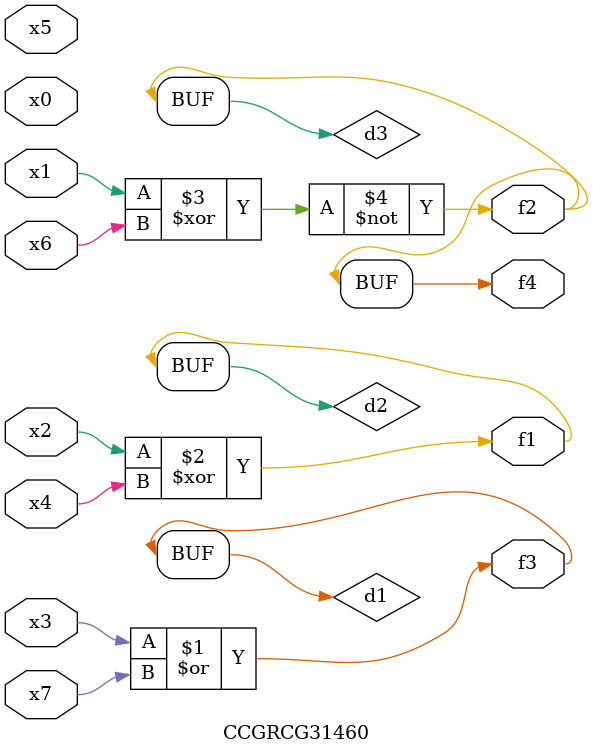
<source format=v>
module CCGRCG31460(
	input x0, x1, x2, x3, x4, x5, x6, x7,
	output f1, f2, f3, f4
);

	wire d1, d2, d3;

	or (d1, x3, x7);
	xor (d2, x2, x4);
	xnor (d3, x1, x6);
	assign f1 = d2;
	assign f2 = d3;
	assign f3 = d1;
	assign f4 = d3;
endmodule

</source>
